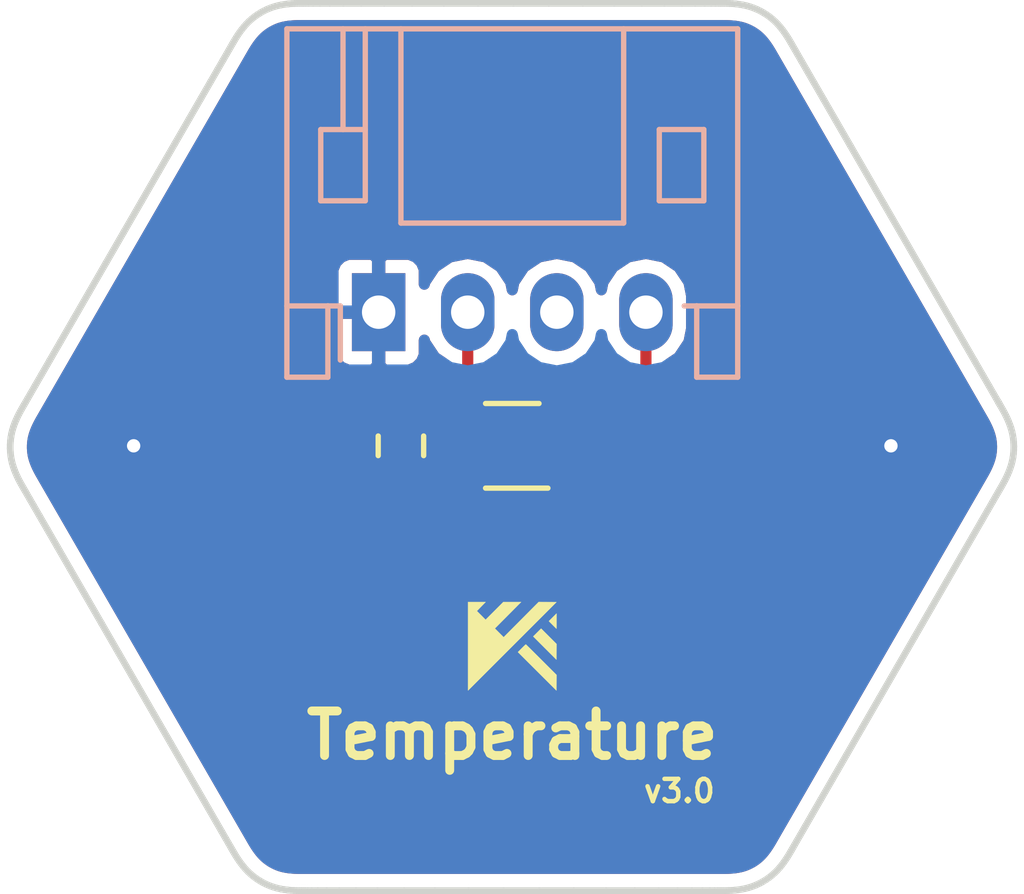
<source format=kicad_pcb>
(kicad_pcb (version 20171130) (host pcbnew "(5.0.0-rc2-178-g3c7b91b96)")

  (general
    (thickness 1.6)
    (drawings 321)
    (tracks 13)
    (zones 0)
    (modules 4)
    (nets 5)
  )

  (page A4)
  (layers
    (0 F.Cu signal)
    (31 B.Cu signal)
    (32 B.Adhes user)
    (33 F.Adhes user)
    (34 B.Paste user)
    (35 F.Paste user)
    (36 B.SilkS user)
    (37 F.SilkS user)
    (38 B.Mask user)
    (39 F.Mask user hide)
    (40 Dwgs.User user)
    (41 Cmts.User user)
    (42 Eco1.User user)
    (43 Eco2.User user)
    (44 Edge.Cuts user)
    (45 Margin user)
    (46 B.CrtYd user)
    (47 F.CrtYd user)
    (48 B.Fab user hide)
    (49 F.Fab user hide)
  )

  (setup
    (last_trace_width 0.25)
    (user_trace_width 0.2)
    (user_trace_width 0.25)
    (user_trace_width 0.3)
    (user_trace_width 0.35)
    (user_trace_width 0.4)
    (trace_clearance 0.2)
    (zone_clearance 0.3)
    (zone_45_only no)
    (trace_min 0.2)
    (segment_width 0.2)
    (edge_width 0.15)
    (via_size 0.6)
    (via_drill 0.3)
    (via_min_size 0.6)
    (via_min_drill 0.3)
    (user_via 0.6 0.3)
    (uvia_size 0.3)
    (uvia_drill 0.1)
    (uvias_allowed no)
    (uvia_min_size 0.2)
    (uvia_min_drill 0.1)
    (pcb_text_width 0.3)
    (pcb_text_size 1.5 1.5)
    (mod_edge_width 0.15)
    (mod_text_size 1 1)
    (mod_text_width 0.15)
    (pad_size 1 1.7)
    (pad_drill 0)
    (pad_to_mask_clearance 0.2)
    (aux_axis_origin 0 0)
    (visible_elements 7FFFFFFF)
    (pcbplotparams
      (layerselection 0x010fc_ffffffff)
      (usegerberextensions false)
      (usegerberattributes false)
      (usegerberadvancedattributes false)
      (creategerberjobfile false)
      (excludeedgelayer true)
      (linewidth 0.100000)
      (plotframeref false)
      (viasonmask false)
      (mode 1)
      (useauxorigin false)
      (hpglpennumber 1)
      (hpglpenspeed 20)
      (hpglpendiameter 15.000000)
      (psnegative false)
      (psa4output false)
      (plotreference true)
      (plotvalue true)
      (plotinvisibletext false)
      (padsonsilk false)
      (subtractmaskfromsilk false)
      (outputformat 1)
      (mirror false)
      (drillshape 0)
      (scaleselection 1)
      (outputdirectory gerber/))
  )

  (net 0 "")
  (net 1 VCC)
  (net 2 GND)
  (net 3 "Net-(J1-Pad4)")
  (net 4 "Net-(U1-Pad2)")

  (net_class Default "This is the default net class."
    (clearance 0.2)
    (trace_width 0.25)
    (via_dia 0.6)
    (via_drill 0.3)
    (uvia_dia 0.3)
    (uvia_drill 0.1)
    (add_net GND)
    (add_net "Net-(J1-Pad4)")
    (add_net "Net-(U1-Pad2)")
    (add_net VCC)
  )

  (module Connector_JST:JST_PH_S4B-PH-K_1x04_P2.00mm_Horizontal (layer B.Cu) (tedit 5AC1DB2F) (tstamp 5AC2957B)
    (at 133.5 102)
    (descr "JST PH series connector, S4B-PH-K (http://www.jst-mfg.com/product/pdf/eng/ePH.pdf), generated with kicad-footprint-generator")
    (tags "connector JST PH top entry")
    (path /5ABA1EEF)
    (fp_text reference J1 (at 3 2.55) (layer B.SilkS) hide
      (effects (font (size 1 1) (thickness 0.15)) (justify mirror))
    )
    (fp_text value Conn_01x04 (at 3 -7.45) (layer B.Fab)
      (effects (font (size 1 1) (thickness 0.15)) (justify mirror))
    )
    (fp_line (start -0.86 -0.14) (end -1.14 -0.14) (layer B.SilkS) (width 0.12))
    (fp_line (start -1.14 -0.14) (end -1.14 1.46) (layer B.SilkS) (width 0.12))
    (fp_line (start -1.14 1.46) (end -2.06 1.46) (layer B.SilkS) (width 0.12))
    (fp_line (start -2.06 1.46) (end -2.06 -6.36) (layer B.SilkS) (width 0.12))
    (fp_line (start -2.06 -6.36) (end 8.06 -6.36) (layer B.SilkS) (width 0.12))
    (fp_line (start 8.06 -6.36) (end 8.06 1.46) (layer B.SilkS) (width 0.12))
    (fp_line (start 8.06 1.46) (end 7.14 1.46) (layer B.SilkS) (width 0.12))
    (fp_line (start 7.14 1.46) (end 7.14 -0.14) (layer B.SilkS) (width 0.12))
    (fp_line (start 7.14 -0.14) (end 6.86 -0.14) (layer B.SilkS) (width 0.12))
    (fp_line (start 0.5 -6.36) (end 0.5 -2) (layer B.SilkS) (width 0.12))
    (fp_line (start 0.5 -2) (end 5.5 -2) (layer B.SilkS) (width 0.12))
    (fp_line (start 5.5 -2) (end 5.5 -6.36) (layer B.SilkS) (width 0.12))
    (fp_line (start -2.06 -0.14) (end -1.14 -0.14) (layer B.SilkS) (width 0.12))
    (fp_line (start 8.06 -0.14) (end 7.14 -0.14) (layer B.SilkS) (width 0.12))
    (fp_line (start -1.3 -2.5) (end -1.3 -4.1) (layer B.SilkS) (width 0.12))
    (fp_line (start -1.3 -4.1) (end -0.3 -4.1) (layer B.SilkS) (width 0.12))
    (fp_line (start -0.3 -4.1) (end -0.3 -2.5) (layer B.SilkS) (width 0.12))
    (fp_line (start -0.3 -2.5) (end -1.3 -2.5) (layer B.SilkS) (width 0.12))
    (fp_line (start 7.3 -2.5) (end 7.3 -4.1) (layer B.SilkS) (width 0.12))
    (fp_line (start 7.3 -4.1) (end 6.3 -4.1) (layer B.SilkS) (width 0.12))
    (fp_line (start 6.3 -4.1) (end 6.3 -2.5) (layer B.SilkS) (width 0.12))
    (fp_line (start 6.3 -2.5) (end 7.3 -2.5) (layer B.SilkS) (width 0.12))
    (fp_line (start -0.3 -4.1) (end -0.3 -6.36) (layer B.SilkS) (width 0.12))
    (fp_line (start -0.8 -4.1) (end -0.8 -6.36) (layer B.SilkS) (width 0.12))
    (fp_line (start -2.45 1.85) (end -2.45 -6.75) (layer B.CrtYd) (width 0.05))
    (fp_line (start -2.45 -6.75) (end 8.45 -6.75) (layer B.CrtYd) (width 0.05))
    (fp_line (start 8.45 -6.75) (end 8.45 1.85) (layer B.CrtYd) (width 0.05))
    (fp_line (start 8.45 1.85) (end -2.45 1.85) (layer B.CrtYd) (width 0.05))
    (fp_line (start -1.25 -0.25) (end -1.25 1.35) (layer B.Fab) (width 0.1))
    (fp_line (start -1.25 1.35) (end -1.95 1.35) (layer B.Fab) (width 0.1))
    (fp_line (start -1.95 1.35) (end -1.95 -6.25) (layer B.Fab) (width 0.1))
    (fp_line (start -1.95 -6.25) (end 7.95 -6.25) (layer B.Fab) (width 0.1))
    (fp_line (start 7.95 -6.25) (end 7.95 1.35) (layer B.Fab) (width 0.1))
    (fp_line (start 7.95 1.35) (end 7.25 1.35) (layer B.Fab) (width 0.1))
    (fp_line (start 7.25 1.35) (end 7.25 -0.25) (layer B.Fab) (width 0.1))
    (fp_line (start 7.25 -0.25) (end -1.25 -0.25) (layer B.Fab) (width 0.1))
    (fp_line (start -0.86 -0.14) (end -0.86 1.075) (layer B.SilkS) (width 0.12))
    (fp_line (start 0 -0.875) (end -0.5 -1.375) (layer B.Fab) (width 0.1))
    (fp_line (start -0.5 -1.375) (end 0.5 -1.375) (layer B.Fab) (width 0.1))
    (fp_line (start 0.5 -1.375) (end 0 -0.875) (layer B.Fab) (width 0.1))
    (fp_text user %R (at 3 -2.5) (layer B.Fab)
      (effects (font (size 1 1) (thickness 0.15)) (justify mirror))
    )
    (pad 1 thru_hole rect (at 0 0) (size 1.2 1.75) (drill 0.75) (layers *.Cu *.Mask)
      (net 2 GND))
    (pad 2 thru_hole oval (at 2 0) (size 1.2 1.75) (drill 0.75) (layers *.Cu *.Mask)
      (net 1 VCC))
    (pad 3 thru_hole oval (at 4 0) (size 1.2 1.75) (drill 0.75) (layers *.Cu *.Mask))
    (pad 4 thru_hole oval (at 6 0) (size 1.2 1.75) (drill 0.75) (layers *.Cu *.Mask)
      (net 3 "Net-(J1-Pad4)"))
    (model ${KISYS3DMOD}/Connector_JST.3dshapes/JST_PH_S4B-PH-K_1x04_P2.00mm_Horizontal.wrl
      (at (xyz 0 0 0))
      (scale (xyz 1 1 1))
      (rotate (xyz 0 0 0))
    )
  )

  (module Capacitor_SMD:C_0603_1608Metric (layer F.Cu) (tedit 5AD0126D) (tstamp 5AD01F26)
    (at 134 105 90)
    (descr "Capacitor SMD 0603 (1608 Metric), square (rectangular) end terminal, IPC_7351 nominal, (Body size source: http://www.tortai-tech.com/upload/download/2011102023233369053.pdf), generated with kicad-footprint-generator")
    (tags capacitor)
    (path /5AD09A10)
    (attr smd)
    (fp_text reference C1 (at 0 -1.65 90) (layer F.SilkS) hide
      (effects (font (size 1 1) (thickness 0.15)))
    )
    (fp_text value 0.1uF (at 0 1.65 90) (layer F.Fab)
      (effects (font (size 1 1) (thickness 0.15)))
    )
    (fp_line (start -0.8 0.4) (end -0.8 -0.4) (layer F.Fab) (width 0.1))
    (fp_line (start -0.8 -0.4) (end 0.8 -0.4) (layer F.Fab) (width 0.1))
    (fp_line (start 0.8 -0.4) (end 0.8 0.4) (layer F.Fab) (width 0.1))
    (fp_line (start 0.8 0.4) (end -0.8 0.4) (layer F.Fab) (width 0.1))
    (fp_line (start -0.22 -0.51) (end 0.22 -0.51) (layer F.SilkS) (width 0.12))
    (fp_line (start -0.22 0.51) (end 0.22 0.51) (layer F.SilkS) (width 0.12))
    (fp_line (start -1.46 0.75) (end -1.46 -0.75) (layer F.CrtYd) (width 0.05))
    (fp_line (start -1.46 -0.75) (end 1.46 -0.75) (layer F.CrtYd) (width 0.05))
    (fp_line (start 1.46 -0.75) (end 1.46 0.75) (layer F.CrtYd) (width 0.05))
    (fp_line (start 1.46 0.75) (end -1.46 0.75) (layer F.CrtYd) (width 0.05))
    (fp_text user %R (at 0 0 90) (layer F.Fab)
      (effects (font (size 0.5 0.5) (thickness 0.08)))
    )
    (pad 1 smd rect (at -0.875 0 90) (size 0.67 1) (layers F.Cu F.Paste F.Mask)
      (net 1 VCC))
    (pad 2 smd rect (at 0.875 0 90) (size 0.67 1) (layers F.Cu F.Paste F.Mask)
      (net 2 GND))
    (model ${KISYS3DMOD}/Capacitor_SMD.3dshapes/C_0603_1608Metric.wrl
      (at (xyz 0 0 0))
      (scale (xyz 1 1 1))
      (rotate (xyz 0 0 0))
    )
  )

  (module Package_TO_SOT_SMD:HVSOF5 (layer F.Cu) (tedit 5B22CC20) (tstamp 5B38BA0E)
    (at 136.5 105 180)
    (descr "HVSOF5, http://rohmfs.rohm.com/en/techdata_basic/ic/package/hvsof5_1-e.pdf")
    (tags HVSOF5)
    (path /5B22D01D)
    (attr smd)
    (fp_text reference U1 (at 0 -1.8 180) (layer F.SilkS) hide
      (effects (font (size 1 1) (thickness 0.15)))
    )
    (fp_text value BD1020HFV (at 0 1.9 180) (layer F.Fab)
      (effects (font (size 1 1) (thickness 0.15)))
    )
    (fp_text user %R (at 0 0 270) (layer F.Fab)
      (effects (font (size 0.4 0.4) (thickness 0.075)))
    )
    (fp_line (start -0.6 -0.5) (end -0.3 -0.8) (layer F.Fab) (width 0.1))
    (fp_line (start -0.6 -0.5) (end -0.6 0.8) (layer F.Fab) (width 0.1))
    (fp_line (start 0.6 -0.8) (end 0.6 0.8) (layer F.Fab) (width 0.1))
    (fp_line (start 0.6 0.8) (end -0.6 0.8) (layer F.Fab) (width 0.1))
    (fp_line (start 0.6 -0.8) (end -0.3 -0.8) (layer F.Fab) (width 0.1))
    (fp_line (start -0.6 0.95) (end 0.6 0.95) (layer F.SilkS) (width 0.12))
    (fp_line (start -0.8 -0.95) (end 0.6 -0.95) (layer F.SilkS) (width 0.12))
    (fp_line (start -1.06 -1.05) (end 1.06 -1.05) (layer F.CrtYd) (width 0.05))
    (fp_line (start -1.06 -1.05) (end -1.06 1.05) (layer F.CrtYd) (width 0.05))
    (fp_line (start 1.06 1.05) (end 1.06 -1.05) (layer F.CrtYd) (width 0.05))
    (fp_line (start 1.06 1.05) (end -1.06 1.05) (layer F.CrtYd) (width 0.05))
    (pad 2 smd rect (at 0.51 0 90) (size 0.25 0.38) (layers F.Cu F.Paste F.Mask)
      (net 4 "Net-(U1-Pad2)"))
    (pad 2 smd trapezoid (at 0.26 0 90) (size 0.47 0.12) (rect_delta 0 0.23 ) (layers F.Cu F.Paste F.Mask)
      (net 4 "Net-(U1-Pad2)"))
    (pad 2 smd rect (at 0 0 90) (size 0.7 0.4) (layers F.Cu F.Paste F.Mask)
      (net 4 "Net-(U1-Pad2)"))
    (pad 5 smd rect (at 0.68 -0.5 90) (size 0.25 0.35) (layers F.Cu F.Paste F.Mask)
      (net 2 GND))
    (pad 2 smd rect (at -0.58 0 90) (size 0.25 0.53) (layers F.Cu F.Paste F.Mask)
      (net 4 "Net-(U1-Pad2)"))
    (pad 4 smd rect (at 0.68 0.5 90) (size 0.25 0.35) (layers F.Cu F.Paste F.Mask)
      (net 1 VCC))
    (pad 3 smd rect (at -0.68 0.5 90) (size 0.25 0.35) (layers F.Cu F.Paste F.Mask)
      (net 3 "Net-(J1-Pad4)"))
    (pad 1 smd rect (at -0.68 -0.5 90) (size 0.25 0.35) (layers F.Cu F.Paste F.Mask))
    (pad 2 smd trapezoid (at -0.26 0 90) (size 0.47 0.12) (rect_delta 0 -0.23 ) (layers F.Cu F.Paste F.Mask)
      (net 4 "Net-(U1-Pad2)"))
    (model ${KISYS3DMOD}/Package_TO_SOT_SMD.3dshapes/HVSOF5.wrl
      (at (xyz 0 0 0))
      (scale (xyz 1 1 1))
      (rotate (xyz 0 0 0))
    )
  )

  (module GiraffeTech-Utility:MakerPlayground_logo_2x2mm (layer F.Cu) (tedit 0) (tstamp 5B38BD43)
    (at 136.5 109.5)
    (fp_text reference G*** (at 0 0) (layer F.SilkS) hide
      (effects (font (size 1.524 1.524) (thickness 0.3)))
    )
    (fp_text value LOGO (at 0.75 0) (layer F.SilkS) hide
      (effects (font (size 1.524 1.524) (thickness 0.3)))
    )
    (fp_poly (pts (xy 0.992188 -0.564543) (xy 0.992164 -0.528929) (xy 0.992097 -0.495895) (xy 0.991991 -0.466261)
      (xy 0.991852 -0.440843) (xy 0.991684 -0.420459) (xy 0.991492 -0.405926) (xy 0.991282 -0.398062)
      (xy 0.99116 -0.396875) (xy 0.988207 -0.399571) (xy 0.980351 -0.407199) (xy 0.968291 -0.419067)
      (xy 0.952725 -0.434484) (xy 0.934354 -0.452758) (xy 0.913876 -0.4732) (xy 0.906847 -0.480231)
      (xy 0.823563 -0.563586) (xy 0.907875 -0.647899) (xy 0.992188 -0.732211) (xy 0.992188 -0.564543)) (layer F.SilkS) (width 0.01))
    (fp_poly (pts (xy 0.992272 -0.049513) (xy 0.991238 0.124084) (xy 0.990203 0.297682) (xy 0.731231 0.038685)
      (xy 0.472259 -0.220311) (xy 0.559597 -0.307581) (xy 0.646934 -0.394851) (xy 0.992272 -0.049513)) (layer F.SilkS) (width 0.01))
    (fp_poly (pts (xy 0.306845 -0.036934) (xy 0.315366 -0.028902) (xy 0.328804 -0.015931) (xy 0.346812 0.001638)
      (xy 0.369045 0.023463) (xy 0.39516 0.049204) (xy 0.424812 0.078521) (xy 0.457655 0.111071)
      (xy 0.493344 0.146515) (xy 0.531535 0.184511) (xy 0.571883 0.224719) (xy 0.614044 0.266798)
      (xy 0.649934 0.302669) (xy 0.992273 0.645025) (xy 0.990203 0.990203) (xy 0.559594 0.560703)
      (xy 0.128984 0.131202) (xy 0.214278 0.045757) (xy 0.235683 0.024442) (xy 0.255382 0.005068)
      (xy 0.272657 -0.011676) (xy 0.28679 -0.025103) (xy 0.297063 -0.034528) (xy 0.302757 -0.039261)
      (xy 0.303583 -0.039687) (xy 0.306845 -0.036934)) (layer F.SilkS) (width 0.01))
    (fp_poly (pts (xy 0.790777 -0.991434) (xy 0.988227 -0.990203) (xy -0.992187 0.990197) (xy -0.992187 -0.992187)
      (xy -0.601395 -0.992187) (xy -0.646963 -0.945555) (xy -0.665935 -0.926151) (xy -0.688266 -0.903332)
      (xy -0.711752 -0.879346) (xy -0.734194 -0.856442) (xy -0.745114 -0.845303) (xy -0.797697 -0.791685)
      (xy -0.698482 -0.692529) (xy -0.599266 -0.593373) (xy -0.399829 -0.79278) (xy -0.200393 -0.992187)
      (xy 0.195473 -0.992187) (xy -0.099139 -0.695955) (xy -0.39375 -0.399723) (xy -0.194618 -0.200591)
      (xy 0.199355 -0.596628) (xy 0.593328 -0.992663) (xy 0.790777 -0.991434)) (layer F.SilkS) (width 0.01))
  )

  (gr_text v3.0 (at 140.25 112.75) (layer F.SilkS)
    (effects (font (size 0.5 0.5) (thickness 0.1)))
  )
  (gr_line (start 130.130554 113.924608) (end 130.170728 113.994191) (layer Edge.Cuts) (width 0.15))
  (gr_line (start 129.675387 113.136235) (end 129.848806 113.436605) (layer Edge.Cuts) (width 0.15))
  (gr_line (start 126.287158 107.26766) (end 126.571606 107.760338) (layer Edge.Cuts) (width 0.15))
  (gr_line (start 129.449337 112.744706) (end 129.675387 113.136235) (layer Edge.Cuts) (width 0.15))
  (gr_line (start 128.459803 111.030786) (end 128.830272 111.672456) (layer Edge.Cuts) (width 0.15))
  (gr_line (start 128.830272 111.672456) (end 129.164889 112.252028) (layer Edge.Cuts) (width 0.15))
  (gr_line (start 130.237974 114.11063) (end 130.263771 114.154587) (layer Edge.Cuts) (width 0.15))
  (gr_line (start 130.216829 114.074041) (end 130.237974 114.11063) (layer Edge.Cuts) (width 0.15))
  (gr_line (start 125.88769 106.575761) (end 126.061108 106.87613) (layer Edge.Cuts) (width 0.15))
  (gr_line (start 129.977321 113.6592) (end 130.068661 113.817406) (layer Edge.Cuts) (width 0.15))
  (gr_line (start 129.848806 113.436605) (end 129.977321 113.6592) (layer Edge.Cuts) (width 0.15))
  (gr_line (start 127.668672 109.660509) (end 128.067823 110.351857) (layer Edge.Cuts) (width 0.15))
  (gr_line (start 126.061108 106.87613) (end 126.287158 107.26766) (layer Edge.Cuts) (width 0.15))
  (gr_line (start 127.276692 108.98158) (end 127.668672 109.660509) (layer Edge.Cuts) (width 0.15))
  (gr_line (start 126.906223 108.33991) (end 127.276692 108.98158) (layer Edge.Cuts) (width 0.15))
  (gr_line (start 130.068661 113.817406) (end 130.130554 113.924608) (layer Edge.Cuts) (width 0.15))
  (gr_line (start 125.667833 106.19496) (end 125.759174 106.353166) (layer Edge.Cuts) (width 0.15))
  (gr_line (start 128.067823 110.351857) (end 128.459803 111.030786) (layer Edge.Cuts) (width 0.15))
  (gr_line (start 129.164889 112.252028) (end 129.449337 112.744706) (layer Edge.Cuts) (width 0.15))
  (gr_line (start 125.759174 106.353166) (end 125.88769 106.575761) (layer Edge.Cuts) (width 0.15))
  (gr_line (start 126.571606 107.760338) (end 126.906223 108.33991) (layer Edge.Cuts) (width 0.15))
  (gr_line (start 130.19691 114.03954) (end 130.216829 114.074041) (layer Edge.Cuts) (width 0.15))
  (gr_line (start 130.170728 113.994191) (end 130.19691 114.03954) (layer Edge.Cuts) (width 0.15))
  (gr_line (start 130.570472 114.561892) (end 130.631244 114.618428) (layer Edge.Cuts) (width 0.15))
  (gr_line (start 137.10688 114.985831) (end 137.88204 114.985831) (layer Edge.Cuts) (width 0.15))
  (gr_line (start 135.518965 114.985831) (end 136.309628 114.985831) (layer Edge.Cuts) (width 0.15))
  (gr_line (start 131.766115 114.985829) (end 131.806494 114.985831) (layer Edge.Cuts) (width 0.15))
  (gr_line (start 134.763573 114.985831) (end 135.518965 114.985831) (layer Edge.Cuts) (width 0.15))
  (gr_line (start 131.52789 114.977964) (end 131.597132 114.982278) (layer Edge.Cuts) (width 0.15))
  (gr_line (start 134.072133 114.985831) (end 134.763573 114.985831) (layer Edge.Cuts) (width 0.15))
  (gr_line (start 133.473328 114.985831) (end 134.072133 114.985831) (layer Edge.Cuts) (width 0.15))
  (gr_line (start 131.997161 114.985831) (end 132.13534 114.985831) (layer Edge.Cuts) (width 0.15))
  (gr_line (start 132.616369 114.985831) (end 132.990131 114.985831) (layer Edge.Cuts) (width 0.15))
  (gr_line (start 132.13534 114.985831) (end 132.336591 114.985831) (layer Edge.Cuts) (width 0.15))
  (gr_line (start 130.294243 114.204774) (end 130.329303 114.259854) (layer Edge.Cuts) (width 0.15))
  (gr_line (start 131.906597 114.985831) (end 131.997161 114.985831) (layer Edge.Cuts) (width 0.15))
  (gr_line (start 131.717444 114.985615) (end 131.766115 114.985829) (layer Edge.Cuts) (width 0.15))
  (gr_line (start 131.806494 114.985831) (end 131.848194 114.985831) (layer Edge.Cuts) (width 0.15))
  (gr_line (start 131.660716 114.98463) (end 131.717444 114.985615) (layer Edge.Cuts) (width 0.15))
  (gr_line (start 131.597132 114.982278) (end 131.660716 114.98463) (layer Edge.Cuts) (width 0.15))
  (gr_line (start 131.454191 114.971095) (end 131.52789 114.977964) (layer Edge.Cuts) (width 0.15))
  (gr_line (start 130.631244 114.618428) (end 130.695726 114.671557) (layer Edge.Cuts) (width 0.15))
  (gr_line (start 131.298219 114.947308) (end 131.377234 114.961075) (layer Edge.Cuts) (width 0.15))
  (gr_line (start 130.907543 114.808251) (end 130.98298 114.845504) (layer Edge.Cuts) (width 0.15))
  (gr_line (start 130.763528 114.721053) (end 130.834263 114.766692) (layer Edge.Cuts) (width 0.15))
  (gr_line (start 131.138772 114.906202) (end 131.218346 114.929202) (layer Edge.Cuts) (width 0.15))
  (gr_line (start 130.368867 114.318492) (end 130.412851 114.379351) (layer Edge.Cuts) (width 0.15))
  (gr_line (start 130.329303 114.259854) (end 130.368867 114.318492) (layer Edge.Cuts) (width 0.15))
  (gr_line (start 138.606425 114.985831) (end 139.251353 114.985831) (layer Edge.Cuts) (width 0.15))
  (gr_line (start 130.263771 114.154587) (end 130.294243 114.204774) (layer Edge.Cuts) (width 0.15))
  (gr_line (start 140.767435 114.985831) (end 140.932674 114.985831) (layer Edge.Cuts) (width 0.15))
  (gr_line (start 140.532023 114.985831) (end 140.767435 114.985831) (layer Edge.Cuts) (width 0.15))
  (gr_line (start 139.251353 114.985831) (end 139.788857 114.985831) (layer Edge.Cuts) (width 0.15))
  (gr_line (start 130.695726 114.671557) (end 130.763528 114.721053) (layer Edge.Cuts) (width 0.15))
  (gr_line (start 140.210982 114.985831) (end 140.532023 114.985831) (layer Edge.Cuts) (width 0.15))
  (gr_line (start 132.990131 114.985831) (end 133.473328 114.985831) (layer Edge.Cuts) (width 0.15))
  (gr_line (start 139.788857 114.985831) (end 140.210982 114.985831) (layer Edge.Cuts) (width 0.15))
  (gr_line (start 130.461169 114.441095) (end 130.513738 114.502387) (layer Edge.Cuts) (width 0.15))
  (gr_line (start 130.412851 114.379351) (end 130.461169 114.441095) (layer Edge.Cuts) (width 0.15))
  (gr_line (start 137.88204 114.985831) (end 138.606425 114.985831) (layer Edge.Cuts) (width 0.15))
  (gr_line (start 136.309628 114.985831) (end 137.10688 114.985831) (layer Edge.Cuts) (width 0.15))
  (gr_line (start 130.98298 114.845504) (end 131.060186 114.878229) (layer Edge.Cuts) (width 0.15))
  (gr_line (start 131.848194 114.985831) (end 131.906597 114.985831) (layer Edge.Cuts) (width 0.15))
  (gr_line (start 131.218346 114.929202) (end 131.298219 114.947308) (layer Edge.Cuts) (width 0.15))
  (gr_line (start 130.834263 114.766692) (end 130.907543 114.808251) (layer Edge.Cuts) (width 0.15))
  (gr_line (start 132.336591 114.985831) (end 132.616369 114.985831) (layer Edge.Cuts) (width 0.15))
  (gr_line (start 131.377234 114.961075) (end 131.454191 114.971095) (layer Edge.Cuts) (width 0.15))
  (gr_line (start 131.060186 114.878229) (end 131.138772 114.906202) (layer Edge.Cuts) (width 0.15))
  (gr_line (start 130.513738 114.502387) (end 130.570472 114.561892) (layer Edge.Cuts) (width 0.15))
  (gr_line (start 144.089727 98.265452) (end 143.763509 97.70042) (layer Edge.Cuts) (width 0.15))
  (gr_line (start 142.904102 96.211876) (end 142.846911 96.112818) (layer Edge.Cuts) (width 0.15))
  (gr_line (start 145.242413 100.261973) (end 144.84352 99.571067) (layer Edge.Cuts) (width 0.15))
  (gr_line (start 142.809976 96.048846) (end 142.785571 96.006576) (layer Edge.Cuts) (width 0.15))
  (gr_line (start 144.454512 98.89728) (end 144.089727 98.265452) (layer Edge.Cuts) (width 0.15))
  (gr_line (start 142.609634 95.723192) (end 142.564822 95.662064) (layer Edge.Cuts) (width 0.15))
  (gr_line (start 142.685963 95.838209) (end 142.650042 95.782353) (layer Edge.Cuts) (width 0.15))
  (gr_line (start 142.717311 95.889424) (end 142.685963 95.838209) (layer Edge.Cuts) (width 0.15))
  (gr_line (start 142.744001 95.934662) (end 142.717311 95.889424) (layer Edge.Cuts) (width 0.15))
  (gr_line (start 142.765967 95.972621) (end 142.744001 95.934662) (layer Edge.Cuts) (width 0.15))
  (gr_line (start 143.274498 96.853424) (end 143.110168 96.568794) (layer Edge.Cuts) (width 0.15))
  (gr_line (start 143.489996 97.226681) (end 143.274498 96.853424) (layer Edge.Cuts) (width 0.15))
  (gr_line (start 142.515691 95.600304) (end 142.462326 95.539248) (layer Edge.Cuts) (width 0.15))
  (gr_line (start 142.989278 96.359407) (end 142.904102 96.211876) (layer Edge.Cuts) (width 0.15))
  (gr_line (start 142.564822 95.662064) (end 142.515691 95.600304) (layer Edge.Cuts) (width 0.15))
  (gr_line (start 142.650042 95.782353) (end 142.609634 95.723192) (layer Edge.Cuts) (width 0.15))
  (gr_line (start 142.785571 96.006576) (end 142.765967 95.972621) (layer Edge.Cuts) (width 0.15))
  (gr_line (start 146.012485 101.595784) (end 145.636848 100.945158) (layer Edge.Cuts) (width 0.15))
  (gr_line (start 143.763509 97.70042) (end 143.489996 97.226681) (layer Edge.Cuts) (width 0.15))
  (gr_line (start 143.110168 96.568794) (end 142.989278 96.359407) (layer Edge.Cuts) (width 0.15))
  (gr_line (start 144.84352 99.571067) (end 144.454512 98.89728) (layer Edge.Cuts) (width 0.15))
  (gr_line (start 142.846911 96.112818) (end 142.809976 96.048846) (layer Edge.Cuts) (width 0.15))
  (gr_line (start 145.636848 100.945158) (end 145.242413 100.261973) (layer Edge.Cuts) (width 0.15))
  (gr_line (start 131.003688 95.198278) (end 130.927735 95.234328) (layer Edge.Cuts) (width 0.15))
  (gr_line (start 133.624402 95.067258) (end 133.109289 95.067258) (layer Edge.Cuts) (width 0.15))
  (gr_line (start 131.081305 95.166817) (end 131.003688 95.198278) (layer Edge.Cuts) (width 0.15))
  (gr_line (start 131.23995 95.11853) (end 131.160198 95.140169) (layer Edge.Cuts) (width 0.15))
  (gr_line (start 132.182867 95.067258) (end 132.029166 95.067258) (layer Edge.Cuts) (width 0.15))
  (gr_line (start 131.319709 95.101656) (end 131.23995 95.11853) (layer Edge.Cuts) (width 0.15))
  (gr_line (start 132.029166 95.067258) (end 131.927257 95.067258) (layer Edge.Cuts) (width 0.15))
  (gr_line (start 131.160198 95.140169) (end 131.081305 95.166817) (layer Edge.Cuts) (width 0.15))
  (gr_line (start 131.927257 95.067258) (end 131.861686 95.067258) (layer Edge.Cuts) (width 0.15))
  (gr_line (start 131.398286 95.088961) (end 131.319709 95.101656) (layer Edge.Cuts) (width 0.15))
  (gr_line (start 131.474481 95.079852) (end 131.398286 95.088961) (layer Edge.Cuts) (width 0.15))
  (gr_line (start 131.816996 95.067258) (end 131.777731 95.067258) (layer Edge.Cuts) (width 0.15))
  (gr_line (start 133.109289 95.067258) (end 132.707473 95.067258) (layer Edge.Cuts) (width 0.15))
  (gr_line (start 131.731443 95.067366) (end 131.676774 95.068084) (layer Edge.Cuts) (width 0.15))
  (gr_line (start 132.403818 95.067258) (end 132.182867 95.067258) (layer Edge.Cuts) (width 0.15))
  (gr_line (start 131.861686 95.067258) (end 131.816996 95.067258) (layer Edge.Cuts) (width 0.15))
  (gr_line (start 131.777731 95.067258) (end 131.731443 95.067366) (layer Edge.Cuts) (width 0.15))
  (gr_line (start 132.707473 95.067258) (end 132.403818 95.067258) (layer Edge.Cuts) (width 0.15))
  (gr_line (start 131.614924 95.070008) (end 131.547094 95.073732) (layer Edge.Cuts) (width 0.15))
  (gr_line (start 134.251071 95.067258) (end 133.624402 95.067258) (layer Edge.Cuts) (width 0.15))
  (gr_line (start 131.547094 95.073732) (end 131.474481 95.079852) (layer Edge.Cuts) (width 0.15))
  (gr_line (start 131.676774 95.068084) (end 131.614924 95.070008) (layer Edge.Cuts) (width 0.15))
  (gr_line (start 130.927735 95.234328) (end 130.853834 95.274743) (layer Edge.Cuts) (width 0.15))
  (gr_line (start 147.394348 103.989256) (end 147.359113 103.928226) (layer Edge.Cuts) (width 0.15))
  (gr_line (start 147.068915 103.425585) (end 146.886783 103.110122) (layer Edge.Cuts) (width 0.15))
  (gr_line (start 147.410785 104.017725) (end 147.394348 103.989256) (layer Edge.Cuts) (width 0.15))
  (gr_line (start 146.886783 103.110122) (end 146.65 102.7) (layer Edge.Cuts) (width 0.15))
  (gr_line (start 147.203567 103.658811) (end 147.068915 103.425585) (layer Edge.Cuts) (width 0.15))
  (gr_line (start 147.297909 103.822218) (end 147.203567 103.658811) (layer Edge.Cuts) (width 0.15))
  (gr_line (start 147.359113 103.928226) (end 147.297909 103.822218) (layer Edge.Cuts) (width 0.15))
  (gr_line (start 146.828512 107.043894) (end 147.025152 106.703302) (layer Edge.Cuts) (width 0.15))
  (gr_line (start 147.415886 104.026561) (end 147.415594 104.026055) (layer Edge.Cuts) (width 0.15))
  (gr_line (start 147.416124 104.026974) (end 147.415886 104.026561) (layer Edge.Cuts) (width 0.15))
  (gr_line (start 147.518236 104.2049) (end 147.492403 104.159169) (layer Edge.Cuts) (width 0.15))
  (gr_line (start 147.417131 104.028717) (end 147.416124 104.026974) (layer Edge.Cuts) (width 0.15))
  (gr_line (start 146.266499 108.017332) (end 146.575763 107.481669) (layer Edge.Cuts) (width 0.15))
  (gr_line (start 147.42368 104.040059) (end 147.419464 104.032757) (layer Edge.Cuts) (width 0.15))
  (gr_line (start 147.430337 104.051589) (end 147.42368 104.040059) (layer Edge.Cuts) (width 0.15))
  (gr_line (start 147.439992 104.068311) (end 147.430337 104.051589) (layer Edge.Cuts) (width 0.15))
  (gr_line (start 147.404456 106.046327) (end 147.436108 105.991506) (layer Edge.Cuts) (width 0.15))
  (gr_line (start 147.723124 105.344613) (end 147.739102 105.262843) (layer Edge.Cuts) (width 0.15))
  (gr_line (start 147.453203 104.091192) (end 147.439992 104.068311) (layer Edge.Cuts) (width 0.15))
  (gr_line (start 147.739102 105.262843) (end 147.750274 105.179807) (layer Edge.Cuts) (width 0.15))
  (gr_line (start 147.758198 105.011732) (end 147.75495 104.927588) (layer Edge.Cuts) (width 0.15))
  (gr_line (start 147.280799 106.260507) (end 147.355263 106.131533) (layer Edge.Cuts) (width 0.15))
  (gr_line (start 147.492403 104.159169) (end 147.470528 104.121198) (layer Edge.Cuts) (width 0.15))
  (gr_line (start 147.734036 104.76133) (end 147.716369 104.680112) (layer Edge.Cuts) (width 0.15))
  (gr_line (start 147.756639 105.095954) (end 147.758198 105.011732) (layer Edge.Cuts) (width 0.15))
  (gr_line (start 147.436108 105.991506) (end 147.457945 105.953682) (layer Edge.Cuts) (width 0.15))
  (gr_line (start 147.619205 105.647954) (end 147.649301 105.577072) (layer Edge.Cuts) (width 0.15))
  (gr_line (start 147.546918 104.257653) (end 147.518236 104.2049) (layer Edge.Cuts) (width 0.15))
  (gr_line (start 147.355263 106.131533) (end 147.404456 106.046327) (layer Edge.Cuts) (width 0.15))
  (gr_line (start 147.702364 105.424663) (end 147.723124 105.344613) (layer Edge.Cuts) (width 0.15))
  (gr_line (start 147.173339 106.446635) (end 147.280799 106.260507) (layer Edge.Cuts) (width 0.15))
  (gr_line (start 147.608363 104.381259) (end 147.577331 104.316687) (layer Edge.Cuts) (width 0.15))
  (gr_line (start 147.716369 104.680112) (end 147.694015 104.600797) (layer Edge.Cuts) (width 0.15))
  (gr_line (start 147.677392 105.502394) (end 147.702364 105.424663) (layer Edge.Cuts) (width 0.15))
  (gr_line (start 147.750274 105.179807) (end 147.756639 105.095954) (layer Edge.Cuts) (width 0.15))
  (gr_line (start 147.577331 104.316687) (end 147.546918 104.257653) (layer Edge.Cuts) (width 0.15))
  (gr_line (start 147.025152 106.703302) (end 147.173339 106.446635) (layer Edge.Cuts) (width 0.15))
  (gr_line (start 147.638898 104.45063) (end 147.608363 104.381259) (layer Edge.Cuts) (width 0.15))
  (gr_line (start 147.66782 104.524056) (end 147.638898 104.45063) (layer Edge.Cuts) (width 0.15))
  (gr_line (start 147.649301 105.577072) (end 147.677392 105.502394) (layer Edge.Cuts) (width 0.15))
  (gr_line (start 147.588221 105.714298) (end 147.619205 105.647954) (layer Edge.Cuts) (width 0.15))
  (gr_line (start 147.477695 105.919476) (end 147.501085 105.878694) (layer Edge.Cuts) (width 0.15))
  (gr_line (start 147.557463 105.775364) (end 147.588221 105.714298) (layer Edge.Cuts) (width 0.15))
  (gr_line (start 147.528046 105.83041) (end 147.557463 105.775364) (layer Edge.Cuts) (width 0.15))
  (gr_line (start 146.575763 107.481669) (end 146.828512 107.043894) (layer Edge.Cuts) (width 0.15))
  (gr_line (start 147.470528 104.121198) (end 147.453203 104.091192) (layer Edge.Cuts) (width 0.15))
  (gr_line (start 147.746896 104.843972) (end 147.734036 104.76133) (layer Edge.Cuts) (width 0.15))
  (gr_line (start 147.415594 104.026055) (end 147.410785 104.017725) (layer Edge.Cuts) (width 0.15))
  (gr_line (start 147.75495 104.927588) (end 147.746896 104.843972) (layer Edge.Cuts) (width 0.15))
  (gr_line (start 147.694015 104.600797) (end 147.66782 104.524056) (layer Edge.Cuts) (width 0.15))
  (gr_line (start 147.419464 104.032757) (end 147.417131 104.028717) (layer Edge.Cuts) (width 0.15))
  (gr_line (start 147.501085 105.878694) (end 147.528046 105.83041) (layer Edge.Cuts) (width 0.15))
  (gr_line (start 147.457945 105.953682) (end 147.477695 105.919476) (layer Edge.Cuts) (width 0.15))
  (gr_line (start 140.307073 95.067258) (end 139.913792 95.067258) (layer Edge.Cuts) (width 0.15))
  (gr_line (start 136.52565 95.067258) (end 135.730377 95.067258) (layer Edge.Cuts) (width 0.15))
  (gr_line (start 138.084024 95.067258) (end 137.319759 95.067258) (layer Edge.Cuts) (width 0.15))
  (gr_line (start 137.319759 95.067258) (end 136.52565 95.067258) (layer Edge.Cuts) (width 0.15))
  (gr_line (start 140.603446 95.067258) (end 140.307073 95.067258) (layer Edge.Cuts) (width 0.15))
  (gr_line (start 138.789763 95.067258) (end 138.084024 95.067258) (layer Edge.Cuts) (width 0.15))
  (gr_line (start 139.913792 95.067258) (end 139.408293 95.067258) (layer Edge.Cuts) (width 0.15))
  (gr_line (start 140.818368 95.067258) (end 140.603446 95.067258) (layer Edge.Cuts) (width 0.15))
  (gr_line (start 139.408293 95.067258) (end 138.789763 95.067258) (layer Edge.Cuts) (width 0.15))
  (gr_line (start 134.962624 95.067258) (end 134.251071 95.067258) (layer Edge.Cuts) (width 0.15))
  (gr_line (start 135.730377 95.067258) (end 134.962624 95.067258) (layer Edge.Cuts) (width 0.15))
  (gr_line (start 128.56265 98.844154) (end 128.175069 99.515464) (layer Edge.Cuts) (width 0.15))
  (gr_line (start 125.524869 104.105747) (end 125.504681 104.140716) (layer Edge.Cuts) (width 0.15))
  (gr_line (start 127.003413 101.544835) (end 126.657692 102.143642) (layer Edge.Cuts) (width 0.15))
  (gr_line (start 128.175069 99.515464) (end 127.776442 100.205907) (layer Edge.Cuts) (width 0.15))
  (gr_line (start 125.545719 104.069635) (end 125.524869 104.105747) (layer Edge.Cuts) (width 0.15))
  (gr_line (start 128.924843 98.216816) (end 128.56265 98.844154) (layer Edge.Cuts) (width 0.15))
  (gr_line (start 125.620203 103.940626) (end 125.574921 104.019056) (layer Edge.Cuts) (width 0.15))
  (gr_line (start 125.789919 103.646671) (end 125.689293 103.820959) (layer Edge.Cuts) (width 0.15))
  (gr_line (start 127.776442 100.205907) (end 127.38111 100.890644) (layer Edge.Cuts) (width 0.15))
  (gr_line (start 125.504681 104.140716) (end 125.48053 104.182972) (layer Edge.Cuts) (width 0.15))
  (gr_line (start 125.453019 104.232591) (end 125.423262 104.28883) (layer Edge.Cuts) (width 0.15))
  (gr_line (start 125.331673 104.489863) (end 125.304086 104.565174) (layer Edge.Cuts) (width 0.15))
  (gr_line (start 125.574921 104.019056) (end 125.545719 104.069635) (layer Edge.Cuts) (width 0.15))
  (gr_line (start 126.358289 102.662224) (end 126.11669 103.080686) (layer Edge.Cuts) (width 0.15))
  (gr_line (start 126.657692 102.143642) (end 126.358289 102.662224) (layer Edge.Cuts) (width 0.15))
  (gr_line (start 125.48053 104.182972) (end 125.453019 104.232591) (layer Edge.Cuts) (width 0.15))
  (gr_line (start 126.11669 103.080686) (end 125.929809 103.404375) (layer Edge.Cuts) (width 0.15))
  (gr_line (start 125.423262 104.28883) (end 125.392376 104.35095) (layer Edge.Cuts) (width 0.15))
  (gr_line (start 125.361475 104.418208) (end 125.331673 104.489863) (layer Edge.Cuts) (width 0.15))
  (gr_line (start 125.929809 103.404375) (end 125.789919 103.646671) (layer Edge.Cuts) (width 0.15))
  (gr_line (start 125.689293 103.820959) (end 125.620203 103.940626) (layer Edge.Cuts) (width 0.15))
  (gr_line (start 127.38111 100.890644) (end 127.003413 101.544835) (layer Edge.Cuts) (width 0.15))
  (gr_line (start 125.392376 104.35095) (end 125.361475 104.418208) (layer Edge.Cuts) (width 0.15))
  (gr_line (start 125.27399 105.388128) (end 125.297156 105.467014) (layer Edge.Cuts) (width 0.15))
  (gr_line (start 125.241644 105.224822) (end 125.255414 105.307229) (layer Edge.Cuts) (width 0.15))
  (gr_line (start 125.23268 105.141355) (end 125.241644 105.224822) (layer Edge.Cuts) (width 0.15))
  (gr_line (start 125.259961 104.72381) (end 125.244892 104.805853) (layer Edge.Cuts) (width 0.15))
  (gr_line (start 125.229173 104.973034) (end 125.228524 105.057276) (layer Edge.Cuts) (width 0.15))
  (gr_line (start 125.27983 104.643398) (end 125.259961 104.72381) (layer Edge.Cuts) (width 0.15))
  (gr_line (start 125.539583 105.972825) (end 125.565766 106.018175) (layer Edge.Cuts) (width 0.15))
  (gr_line (start 125.41498 105.74801) (end 125.445151 105.805914) (layer Edge.Cuts) (width 0.15))
  (gr_line (start 125.353265 105.615905) (end 125.383979 105.684426) (layer Edge.Cuts) (width 0.15))
  (gr_line (start 125.244892 104.805853) (end 125.234629 104.889077) (layer Edge.Cuts) (width 0.15))
  (gr_line (start 125.519663 105.938324) (end 125.539583 105.972825) (layer Edge.Cuts) (width 0.15))
  (gr_line (start 125.498548 105.901717) (end 125.519663 105.938324) (layer Edge.Cuts) (width 0.15))
  (gr_line (start 125.445151 105.805914) (end 125.473379 105.857397) (layer Edge.Cuts) (width 0.15))
  (gr_line (start 125.323952 105.543187) (end 125.353265 105.615905) (layer Edge.Cuts) (width 0.15))
  (gr_line (start 125.297156 105.467014) (end 125.323952 105.543187) (layer Edge.Cuts) (width 0.15))
  (gr_line (start 125.234629 104.889077) (end 125.229173 104.973034) (layer Edge.Cuts) (width 0.15))
  (gr_line (start 125.304086 104.565174) (end 125.27983 104.643398) (layer Edge.Cuts) (width 0.15))
  (gr_line (start 125.228524 105.057276) (end 125.23268 105.141355) (layer Edge.Cuts) (width 0.15))
  (gr_line (start 125.383979 105.684426) (end 125.41498 105.74801) (layer Edge.Cuts) (width 0.15))
  (gr_line (start 125.255414 105.307229) (end 125.27399 105.388128) (layer Edge.Cuts) (width 0.15))
  (gr_line (start 125.60594 106.087758) (end 125.667833 106.19496) (layer Edge.Cuts) (width 0.15))
  (gr_line (start 125.565766 106.018175) (end 125.60594 106.087758) (layer Edge.Cuts) (width 0.15))
  (gr_line (start 125.473379 105.857397) (end 125.498548 105.901717) (layer Edge.Cuts) (width 0.15))
  (gr_line (start 142.259988 114.694763) (end 142.326044 114.643276) (layer Edge.Cuts) (width 0.15))
  (gr_line (start 141.043195 114.985831) (end 141.114456 114.985831) (layer Edge.Cuts) (width 0.15))
  (gr_line (start 145.91363 108.62852) (end 146.266499 108.017332) (layer Edge.Cuts) (width 0.15))
  (gr_line (start 141.731401 114.938098) (end 141.811241 114.917399) (layer Edge.Cuts) (width 0.15))
  (gr_line (start 145.531499 109.290394) (end 145.91363 108.62852) (layer Edge.Cuts) (width 0.15))
  (gr_line (start 145.134445 109.978113) (end 145.531499 109.290394) (layer Edge.Cuts) (width 0.15))
  (gr_line (start 144.73681 110.66684) (end 145.134445 109.978113) (layer Edge.Cuts) (width 0.15))
  (gr_line (start 142.501682 114.469393) (end 142.551965 114.407691) (layer Edge.Cuts) (width 0.15))
  (gr_line (start 141.161911 114.985831) (end 141.201017 114.985831) (layer Edge.Cuts) (width 0.15))
  (gr_line (start 142.886208 113.872186) (end 142.963059 113.739076) (layer Edge.Cuts) (width 0.15))
  (gr_line (start 141.811241 114.917399) (end 141.890331 114.891685) (layer Edge.Cuts) (width 0.15))
  (gr_line (start 141.114456 114.985831) (end 141.161911 114.985831) (layer Edge.Cuts) (width 0.15))
  (gr_line (start 144.352934 111.331735) (end 144.73681 110.66684) (layer Edge.Cuts) (width 0.15))
  (gr_line (start 142.760489 114.089935) (end 142.780122 114.055931) (layer Edge.Cuts) (width 0.15))
  (gr_line (start 142.597953 114.34626) (end 142.63956 114.286435) (layer Edge.Cuts) (width 0.15))
  (gr_line (start 143.997158 111.947958) (end 144.352934 111.331735) (layer Edge.Cuts) (width 0.15))
  (gr_line (start 141.426146 114.980228) (end 141.497946 114.974606) (layer Edge.Cuts) (width 0.15))
  (gr_line (start 143.683824 112.49067) (end 143.997158 111.947958) (layer Edge.Cuts) (width 0.15))
  (gr_line (start 140.932674 114.985831) (end 141.043195 114.985831) (layer Edge.Cuts) (width 0.15))
  (gr_line (start 143.225361 113.284754) (end 143.426268 112.936771) (layer Edge.Cuts) (width 0.15))
  (gr_line (start 142.676702 114.229554) (end 142.709294 114.176953) (layer Edge.Cuts) (width 0.15))
  (gr_line (start 141.890331 114.891685) (end 141.968219 114.861116) (layer Edge.Cuts) (width 0.15))
  (gr_line (start 142.551965 114.407691) (end 142.597953 114.34626) (layer Edge.Cuts) (width 0.15))
  (gr_line (start 142.044517 114.825915) (end 142.118836 114.786307) (layer Edge.Cuts) (width 0.15))
  (gr_line (start 142.326044 114.643276) (end 142.38857 114.588277) (layer Edge.Cuts) (width 0.15))
  (gr_line (start 142.835253 113.960441) (end 142.886208 113.872186) (layer Edge.Cuts) (width 0.15))
  (gr_line (start 142.780122 114.055931) (end 142.802467 114.017228) (layer Edge.Cuts) (width 0.15))
  (gr_line (start 141.968219 114.861116) (end 142.044517 114.825915) (layer Edge.Cuts) (width 0.15))
  (gr_line (start 141.573555 114.966108) (end 141.651773 114.954136) (layer Edge.Cuts) (width 0.15))
  (gr_line (start 141.497946 114.974606) (end 141.573555 114.966108) (layer Edge.Cuts) (width 0.15))
  (gr_line (start 142.118836 114.786307) (end 142.190789 114.742514) (layer Edge.Cuts) (width 0.15))
  (gr_line (start 141.245596 114.985773) (end 141.298772 114.985216) (layer Edge.Cuts) (width 0.15))
  (gr_line (start 142.737251 114.129968) (end 142.760489 114.089935) (layer Edge.Cuts) (width 0.15))
  (gr_line (start 142.709294 114.176953) (end 142.737251 114.129968) (layer Edge.Cuts) (width 0.15))
  (gr_line (start 142.63956 114.286435) (end 142.676702 114.229554) (layer Edge.Cuts) (width 0.15))
  (gr_line (start 141.359355 114.983566) (end 141.426146 114.980228) (layer Edge.Cuts) (width 0.15))
  (gr_line (start 142.447187 114.53003) (end 142.501682 114.469393) (layer Edge.Cuts) (width 0.15))
  (gr_line (start 141.201017 114.985831) (end 141.245596 114.985773) (layer Edge.Cuts) (width 0.15))
  (gr_line (start 142.190789 114.742514) (end 142.259988 114.694763) (layer Edge.Cuts) (width 0.15))
  (gr_line (start 141.651773 114.954136) (end 141.731401 114.938098) (layer Edge.Cuts) (width 0.15))
  (gr_line (start 142.963059 113.739076) (end 143.073534 113.547727) (layer Edge.Cuts) (width 0.15))
  (gr_line (start 143.426268 112.936771) (end 143.683824 112.49067) (layer Edge.Cuts) (width 0.15))
  (gr_line (start 143.073534 113.547727) (end 143.225361 113.284754) (layer Edge.Cuts) (width 0.15))
  (gr_line (start 142.802467 114.017228) (end 142.835253 113.960441) (layer Edge.Cuts) (width 0.15))
  (gr_line (start 142.38857 114.588277) (end 142.447187 114.53003) (layer Edge.Cuts) (width 0.15))
  (gr_line (start 141.298772 114.985216) (end 141.359355 114.983566) (layer Edge.Cuts) (width 0.15))
  (gr_line (start 130.202588 96.003692) (end 130.178861 96.04479) (layer Edge.Cuts) (width 0.15))
  (gr_line (start 130.853834 95.274743) (end 130.782373 95.3193) (layer Edge.Cuts) (width 0.15))
  (gr_line (start 130.178861 96.04479) (end 130.143231 96.106503) (layer Edge.Cuts) (width 0.15))
  (gr_line (start 130.586509 95.475577) (end 130.528664 95.534369) (layer Edge.Cuts) (width 0.15))
  (gr_line (start 129.516061 97.192796) (end 129.247308 97.65829) (layer Edge.Cuts) (width 0.15))
  (gr_line (start 130.380322 95.718291) (end 130.339555 95.777661) (layer Edge.Cuts) (width 0.15))
  (gr_line (start 130.782373 95.3193) (end 130.713739 95.367774) (layer Edge.Cuts) (width 0.15))
  (gr_line (start 129.727124 96.827224) (end 129.516061 97.192796) (layer Edge.Cuts) (width 0.15))
  (gr_line (start 130.143231 96.106503) (end 130.08797 96.202218) (layer Edge.Cuts) (width 0.15))
  (gr_line (start 129.887645 96.549193) (end 129.727124 96.827224) (layer Edge.Cuts) (width 0.15))
  (gr_line (start 130.005351 96.34532) (end 129.887645 96.549193) (layer Edge.Cuts) (width 0.15))
  (gr_line (start 130.08797 96.202218) (end 130.005351 96.34532) (layer Edge.Cuts) (width 0.15))
  (gr_line (start 130.27155 95.885476) (end 130.24448 95.931248) (layer Edge.Cuts) (width 0.15))
  (gr_line (start 130.303269 95.833835) (end 130.27155 95.885476) (layer Edge.Cuts) (width 0.15))
  (gr_line (start 130.24448 95.931248) (end 130.222141 95.969826) (layer Edge.Cuts) (width 0.15))
  (gr_line (start 130.425486 95.657062) (end 130.380322 95.718291) (layer Edge.Cuts) (width 0.15))
  (gr_line (start 130.222141 95.969826) (end 130.202588 96.003692) (layer Edge.Cuts) (width 0.15))
  (gr_line (start 130.713739 95.367774) (end 130.648322 95.419941) (layer Edge.Cuts) (width 0.15))
  (gr_line (start 130.474962 95.595309) (end 130.425486 95.657062) (layer Edge.Cuts) (width 0.15))
  (gr_line (start 130.648322 95.419941) (end 130.586509 95.475577) (layer Edge.Cuts) (width 0.15))
  (gr_line (start 130.339555 95.777661) (end 130.303269 95.833835) (layer Edge.Cuts) (width 0.15))
  (gr_line (start 130.528664 95.534369) (end 130.474962 95.595309) (layer Edge.Cuts) (width 0.15))
  (gr_line (start 129.247308 97.65829) (end 128.924843 98.216816) (layer Edge.Cuts) (width 0.15))
  (gr_line (start 142.404812 95.480233) (end 142.343307 95.424325) (layer Edge.Cuts) (width 0.15))
  (gr_line (start 141.212157 95.067258) (end 141.172658 95.067258) (layer Edge.Cuts) (width 0.15))
  (gr_line (start 140.967295 95.067258) (end 140.818368 95.067258) (layer Edge.Cuts) (width 0.15))
  (gr_line (start 141.314465 95.068187) (end 141.259169 95.067393) (layer Edge.Cuts) (width 0.15))
  (gr_line (start 141.445108 95.074131) (end 141.376844 95.070235) (layer Edge.Cuts) (width 0.15))
  (gr_line (start 141.594488 95.089849) (end 141.518055 95.080471) (layer Edge.Cuts) (width 0.15))
  (gr_line (start 142.064814 95.237445) (end 141.989013 95.201033) (layer Edge.Cuts) (width 0.15))
  (gr_line (start 141.065681 95.067258) (end 140.967295 95.067258) (layer Edge.Cuts) (width 0.15))
  (gr_line (start 141.518055 95.080471) (end 141.445108 95.074131) (layer Edge.Cuts) (width 0.15))
  (gr_line (start 142.138533 95.278205) (end 142.064814 95.237445) (layer Edge.Cuts) (width 0.15))
  (gr_line (start 141.259169 95.067393) (end 141.212157 95.067258) (layer Edge.Cuts) (width 0.15))
  (gr_line (start 142.462326 95.539248) (end 142.404812 95.480233) (layer Edge.Cuts) (width 0.15))
  (gr_line (start 141.128984 95.067258) (end 141.065681 95.067258) (layer Edge.Cuts) (width 0.15))
  (gr_line (start 141.911517 95.169191) (end 141.832713 95.142145) (layer Edge.Cuts) (width 0.15))
  (gr_line (start 142.20978 95.323087) (end 142.138533 95.278205) (layer Edge.Cuts) (width 0.15))
  (gr_line (start 141.172658 95.067258) (end 141.128984 95.067258) (layer Edge.Cuts) (width 0.15))
  (gr_line (start 141.989013 95.201033) (end 141.911517 95.169191) (layer Edge.Cuts) (width 0.15))
  (gr_line (start 142.343307 95.424325) (end 142.278167 95.371869) (layer Edge.Cuts) (width 0.15))
  (gr_line (start 142.278167 95.371869) (end 142.20978 95.323087) (layer Edge.Cuts) (width 0.15))
  (gr_line (start 141.376844 95.070235) (end 141.314465 95.068187) (layer Edge.Cuts) (width 0.15))
  (gr_line (start 141.673206 95.10286) (end 141.594488 95.089849) (layer Edge.Cuts) (width 0.15))
  (gr_line (start 141.753009 95.120099) (end 141.673206 95.10286) (layer Edge.Cuts) (width 0.15))
  (gr_line (start 141.832713 95.142145) (end 141.753009 95.120099) (layer Edge.Cuts) (width 0.15))
  (gr_line (start 146.354982 102.189011) (end 146.012485 101.595784) (layer Edge.Cuts) (width 0.15))
  (gr_line (start 146.65 102.7) (end 146.354982 102.189011) (layer Edge.Cuts) (width 0.15))
  (gr_text Temperature (at 136.5 111.5) (layer F.SilkS)
    (effects (font (size 1 1) (thickness 0.2)))
  )

  (segment (start 134.825001 104.174999) (end 134.825001 104.25) (width 0.25) (layer F.Cu) (net 1))
  (segment (start 135.5 103.5) (end 134.825001 104.174999) (width 0.25) (layer F.Cu) (net 1))
  (segment (start 135.5 102) (end 135.5 103.5) (width 0.25) (layer F.Cu) (net 1))
  (segment (start 134.825001 104.5) (end 135.82 104.5) (width 0.25) (layer F.Cu) (net 1))
  (segment (start 134.825001 104.5) (end 134.825001 104.25) (width 0.25) (layer F.Cu) (net 1))
  (segment (start 134.825001 105.825001) (end 134.825001 104.5) (width 0.25) (layer F.Cu) (net 1))
  (segment (start 134.775002 105.875) (end 134.825001 105.825001) (width 0.25) (layer F.Cu) (net 1))
  (segment (start 134 105.875) (end 134.775002 105.875) (width 0.25) (layer F.Cu) (net 1))
  (via (at 128.000002 105) (size 0.6) (drill 0.3) (layers F.Cu B.Cu) (net 2))
  (via (at 145 105) (size 0.6) (drill 0.3) (layers F.Cu B.Cu) (net 2))
  (segment (start 137.18 104.5) (end 139.25 104.5) (width 0.25) (layer F.Cu) (net 3))
  (segment (start 139.25 104.5) (end 139.5 104.25) (width 0.25) (layer F.Cu) (net 3))
  (segment (start 139.5 104.25) (end 139.5 102) (width 0.25) (layer F.Cu) (net 3))

  (zone (net 2) (net_name GND) (layer B.Cu) (tstamp 5B56D199) (hatch edge 0.508)
    (connect_pads thru_hole_only (clearance 0.3))
    (min_thickness 0.25)
    (fill yes (arc_segments 16) (thermal_gap 0.3) (thermal_bridge_width 0.3))
    (polygon
      (pts
        (xy 125 105) (xy 130.5 95) (xy 142.5 95) (xy 148 105) (xy 142.5 115)
        (xy 130.5 115)
      )
    )
    (filled_polygon
      (pts
        (xy 141.254866 95.567382) (xy 141.302689 95.568069) (xy 141.354395 95.569767) (xy 141.409208 95.572895) (xy 141.465938 95.577826)
        (xy 141.523247 95.584857) (xy 141.579597 95.594171) (xy 141.633482 95.605811) (xy 141.68477 95.619998) (xy 141.735188 95.637301)
        (xy 141.785587 95.658009) (xy 141.83541 95.681943) (xy 141.884106 95.708867) (xy 141.931121 95.738485) (xy 141.975932 95.770449)
        (xy 142.018055 95.80437) (xy 142.0573 95.840043) (xy 142.094779 95.878501) (xy 142.131607 95.920636) (xy 142.167396 95.965625)
        (xy 142.201461 96.012093) (xy 142.233248 96.058632) (xy 142.262415 96.103986) (xy 142.288752 96.147015) (xy 142.312276 96.186886)
        (xy 142.333166 96.222986) (xy 142.352343 96.256202) (xy 142.352344 96.256204) (xy 142.375518 96.296341) (xy 142.400653 96.339875)
        (xy 142.418073 96.370047) (xy 142.446467 96.419227) (xy 142.580886 96.65205) (xy 142.580887 96.652052) (xy 142.701777 96.861439)
        (xy 142.816863 97.060775) (xy 142.816863 97.060776) (xy 143.032361 97.434032) (xy 143.032362 97.434035) (xy 143.305874 97.907772)
        (xy 143.632093 98.472804) (xy 143.632093 98.472805) (xy 144.046121 99.189925) (xy 144.435128 99.863711) (xy 144.43513 99.863713)
        (xy 144.825994 100.540712) (xy 145.179213 101.152509) (xy 145.179214 101.152511) (xy 145.554851 101.803136) (xy 145.897348 102.396364)
        (xy 146.241608 102.992644) (xy 146.24161 102.992646) (xy 146.447042 103.348466) (xy 146.659174 103.715891) (xy 146.745932 103.866162)
        (xy 146.745932 103.866163) (xy 146.889517 104.114862) (xy 146.889519 104.114865) (xy 146.926213 104.178419) (xy 146.936716 104.196611)
        (xy 146.936717 104.196615) (xy 146.95392 104.226411) (xy 146.958527 104.23439) (xy 146.958551 104.234461) (xy 146.982185 104.275368)
        (xy 146.983089 104.276933) (xy 147.007497 104.319289) (xy 147.007636 104.319448) (xy 147.021949 104.344238) (xy 147.021951 104.34424)
        (xy 147.029 104.356449) (xy 147.037317 104.370852) (xy 147.058103 104.406934) (xy 147.080886 104.447266) (xy 147.104994 104.491606)
        (xy 147.129677 104.539518) (xy 147.15409 104.590317) (xy 147.177301 104.643048) (xy 147.198368 104.696532) (xy 147.216443 104.749485)
        (xy 147.231012 104.801179) (xy 147.242282 104.852988) (xy 147.250599 104.906437) (xy 147.255876 104.961225) (xy 147.25802 105.016749)
        (xy 147.25699 105.07239) (xy 147.252807 105.127503) (xy 147.245542 105.181496) (xy 147.235318 105.233815) (xy 147.221961 105.285321)
        (xy 147.205098 105.337812) (xy 147.184993 105.39126) (xy 147.162425 105.444411) (xy 147.138328 105.496009) (xy 147.113634 105.545034)
        (xy 147.089236 105.590689) (xy 147.065959 105.632374) (xy 147.044619 105.669583) (xy 147.017268 105.716958) (xy 147.000317 105.746317)
        (xy 147.000316 105.74632) (xy 146.996067 105.75368) (xy 146.996063 105.753684) (xy 146.976509 105.787554) (xy 146.946825 105.838966)
        (xy 146.946823 105.838972) (xy 146.916705 105.891139) (xy 146.87241 105.96786) (xy 146.872407 105.967863) (xy 146.839942 106.024094)
        (xy 146.823352 106.05283) (xy 146.721059 106.230008) (xy 146.567518 106.495948) (xy 146.567517 106.495952) (xy 146.420122 106.751248)
        (xy 146.420121 106.751249) (xy 146.167373 107.189023) (xy 146.167372 107.189024) (xy 145.858108 107.724687) (xy 145.50524 108.335874)
        (xy 145.505238 108.335876) (xy 145.123108 108.997749) (xy 144.726055 109.685467) (xy 144.726054 109.685468) (xy 144.328419 110.374195)
        (xy 143.944543 111.039089) (xy 143.944543 111.03909) (xy 143.539524 111.740604) (xy 143.539523 111.740608) (xy 143.275434 112.198024)
        (xy 143.275433 112.198025) (xy 143.017878 112.644125) (xy 143.017877 112.644126) (xy 142.81697 112.992109) (xy 142.665143 113.255082)
        (xy 142.554668 113.446431) (xy 142.451309 113.625454) (xy 142.426864 113.667794) (xy 142.426862 113.667796) (xy 142.404166 113.707106)
        (xy 142.378903 113.750864) (xy 142.344833 113.809874) (xy 142.327703 113.839543) (xy 142.306173 113.876635) (xy 142.281909 113.917412)
        (xy 142.254808 113.961151) (xy 142.224901 114.006952) (xy 142.192451 114.05361) (xy 142.157864 114.099812) (xy 142.121723 114.14416)
        (xy 142.084734 114.185318) (xy 142.046923 114.22289) (xy 142.006956 114.258046) (xy 141.964059 114.291481) (xy 141.918602 114.322849)
        (xy 141.871074 114.351776) (xy 141.822023 114.377918) (xy 141.771992 114.401) (xy 141.721554 114.420796) (xy 141.671067 114.437211)
        (xy 141.619217 114.450653) (xy 141.564547 114.461664) (xy 141.507789 114.470352) (xy 141.450501 114.476791) (xy 141.39413 114.481205)
        (xy 141.340094 114.483905) (xy 141.289323 114.485288) (xy 141.242658 114.485777) (xy 141.201119 114.485831) (xy 131.796248 114.485831)
        (xy 131.767185 114.48583) (xy 131.722883 114.485635) (xy 131.67432 114.484791) (xy 131.621921 114.482853) (xy 131.566645 114.479409)
        (xy 131.509685 114.4741) (xy 131.452453 114.466649) (xy 131.39646 114.456893) (xy 131.343144 114.444807) (xy 131.292161 114.430071)
        (xy 131.241742 114.412124) (xy 131.191413 114.390791) (xy 131.141762 114.366272) (xy 131.093346 114.338814) (xy 131.046701 114.308719)
        (xy 131.002361 114.276349) (xy 130.960802 114.242108) (xy 130.922007 114.206017) (xy 130.884693 114.166881) (xy 130.84801 114.124111)
        (xy 130.812507 114.078742) (xy 130.778836 114.032153) (xy 130.747512 113.985729) (xy 130.718891 113.940763) (xy 130.693105 113.898296)
        (xy 130.670065 113.859036) (xy 130.649366 113.823219) (xy 130.605302 113.746896) (xy 130.605301 113.746894) (xy 130.594698 113.72853)
        (xy 130.57912 113.701548) (xy 130.524609 113.607132) (xy 130.434956 113.451848) (xy 130.434955 113.451845) (xy 130.306441 113.229253)
        (xy 130.30644 113.22925) (xy 130.13302 112.92888) (xy 129.906973 112.537355) (xy 129.906971 112.537351) (xy 129.622524 112.044676)
        (xy 129.622523 112.044673) (xy 129.287907 111.465105) (xy 129.287906 111.465101) (xy 128.917438 110.823435) (xy 128.917437 110.823431)
        (xy 128.476214 110.059212) (xy 128.126307 109.453158) (xy 128.126306 109.453154) (xy 127.734327 108.774228) (xy 127.734326 108.774225)
        (xy 127.363858 108.132559) (xy 127.363857 108.132555) (xy 127.029241 107.552987) (xy 127.02924 107.552983) (xy 126.744793 107.060308)
        (xy 126.744792 107.060305) (xy 126.518743 106.668778) (xy 126.518742 106.668775) (xy 126.296081 106.283116) (xy 126.167564 106.06052)
        (xy 126.076223 105.902313) (xy 126.014331 105.795113) (xy 126.01433 105.795111) (xy 125.997214 105.765467) (xy 125.997213 105.765463)
        (xy 125.967173 105.713434) (xy 125.952213 105.687524) (xy 125.932506 105.653357) (xy 125.910004 105.613733) (xy 125.886111 105.570156)
        (xy 125.861493 105.52291) (xy 125.836935 105.472541) (xy 125.813429 105.420099) (xy 125.791896 105.366683) (xy 125.773187 105.313499)
        (xy 125.757955 105.26163) (xy 125.746098 105.209992) (xy 125.73722 105.156864) (xy 125.731359 105.102293) (xy 125.728619 105.046844)
        (xy 125.729047 104.99119) (xy 125.732638 104.93593) (xy 125.739329 104.881675) (xy 125.748997 104.829036) (xy 125.761726 104.777521)
        (xy 125.777912 104.725321) (xy 125.797468 104.671936) (xy 125.819627 104.618657) (xy 125.843517 104.566659) (xy 125.868169 104.517078)
        (xy 125.892671 104.470771) (xy 125.916258 104.428229) (xy 125.938219 104.389804) (xy 125.954109 104.362281) (xy 125.980214 104.317066)
        (xy 126.00335 104.276996) (xy 126.003351 104.276993) (xy 126.077836 104.147982) (xy 126.077837 104.14798) (xy 126.114829 104.083909)
        (xy 126.230346 103.883828) (xy 126.387442 103.611731) (xy 126.387443 103.611727) (xy 126.574324 103.28804) (xy 126.815923 102.869579)
        (xy 126.815924 102.869576) (xy 127.115326 102.350996) (xy 127.115326 102.350995) (xy 127.242195 102.13125) (xy 132.475 102.13125)
        (xy 132.475 102.959538) (xy 132.539702 103.115743) (xy 132.659257 103.235298) (xy 132.815462 103.3) (xy 133.36875 103.3)
        (xy 133.475 103.19375) (xy 133.475 102.025) (xy 132.58125 102.025) (xy 132.475 102.13125) (xy 127.242195 102.13125)
        (xy 127.461047 101.752189) (xy 127.461047 101.752188) (xy 127.838744 101.097998) (xy 127.838744 101.097997) (xy 127.871961 101.040462)
        (xy 132.475 101.040462) (xy 132.475 101.86875) (xy 132.58125 101.975) (xy 133.475 101.975) (xy 133.475 100.80625)
        (xy 133.525 100.80625) (xy 133.525 101.975) (xy 133.545 101.975) (xy 133.545 102.025) (xy 133.525 102.025)
        (xy 133.525 103.19375) (xy 133.63125 103.3) (xy 134.184538 103.3) (xy 134.340743 103.235298) (xy 134.460298 103.115743)
        (xy 134.525 102.959538) (xy 134.525 102.627316) (xy 134.534472 102.674935) (xy 134.761018 103.013983) (xy 135.100066 103.240528)
        (xy 135.5 103.32008) (xy 135.899935 103.240528) (xy 136.238983 103.013983) (xy 136.465528 102.674934) (xy 136.5 102.501632)
        (xy 136.534472 102.674935) (xy 136.761018 103.013983) (xy 137.100066 103.240528) (xy 137.5 103.32008) (xy 137.899935 103.240528)
        (xy 138.238983 103.013983) (xy 138.465528 102.674934) (xy 138.5 102.501632) (xy 138.534472 102.674935) (xy 138.761018 103.013983)
        (xy 139.100066 103.240528) (xy 139.5 103.32008) (xy 139.899935 103.240528) (xy 140.238983 103.013983) (xy 140.465528 102.674934)
        (xy 140.525 102.375948) (xy 140.525 101.624051) (xy 140.465528 101.325065) (xy 140.238983 100.986017) (xy 139.899934 100.759472)
        (xy 139.5 100.67992) (xy 139.100065 100.759472) (xy 138.761017 100.986017) (xy 138.534472 101.325066) (xy 138.5 101.498368)
        (xy 138.465528 101.325065) (xy 138.238983 100.986017) (xy 137.899934 100.759472) (xy 137.5 100.67992) (xy 137.100065 100.759472)
        (xy 136.761017 100.986017) (xy 136.534472 101.325066) (xy 136.5 101.498368) (xy 136.465528 101.325065) (xy 136.238983 100.986017)
        (xy 135.899934 100.759472) (xy 135.5 100.67992) (xy 135.100065 100.759472) (xy 134.761017 100.986017) (xy 134.534472 101.325066)
        (xy 134.525 101.372685) (xy 134.525 101.040462) (xy 134.460298 100.884257) (xy 134.340743 100.764702) (xy 134.184538 100.7)
        (xy 133.63125 100.7) (xy 133.525 100.80625) (xy 133.475 100.80625) (xy 133.36875 100.7) (xy 132.815462 100.7)
        (xy 132.659257 100.764702) (xy 132.539702 100.884257) (xy 132.475 101.040462) (xy 127.871961 101.040462) (xy 128.234076 100.413261)
        (xy 128.234076 100.41326) (xy 128.632703 99.722818) (xy 128.632703 99.722817) (xy 129.020284 99.051509) (xy 129.020285 99.051506)
        (xy 129.382477 98.424171) (xy 129.382478 98.424168) (xy 129.704942 97.865645) (xy 129.704943 97.865642) (xy 129.973695 97.400151)
        (xy 129.973696 97.400148) (xy 130.184758 97.034579) (xy 130.184759 97.034576) (xy 130.345279 96.756548) (xy 130.34528 96.756545)
        (xy 130.462985 96.552674) (xy 130.462986 96.552671) (xy 130.545605 96.40957) (xy 130.587255 96.33743) (xy 130.587257 96.337428)
        (xy 130.609314 96.299222) (xy 130.636495 96.252144) (xy 130.636497 96.252138) (xy 130.640758 96.244758) (xy 130.655012 96.22007)
        (xy 130.676028 96.183777) (xy 130.699788 96.143602) (xy 130.726346 96.100363) (xy 130.755721 96.054889) (xy 130.787718 96.00829)
        (xy 130.82194 95.961895) (xy 130.857832 95.917096) (xy 130.894712 95.875245) (xy 130.932284 95.837059) (xy 130.971727 95.801558)
        (xy 131.014086 95.767778) (xy 131.05909 95.735993) (xy 131.10627 95.706576) (xy 131.155079 95.679883) (xy 131.20497 95.656203)
        (xy 131.255365 95.635776) (xy 131.305807 95.618738) (xy 131.357251 95.60478) (xy 131.411381 95.593328) (xy 131.46786 95.584203)
        (xy 131.525165 95.577353) (xy 131.5818 95.572579) (xy 131.636388 95.569582) (xy 131.687843 95.567981) (xy 131.735336 95.567358)
        (xy 131.778026 95.567258) (xy 141.211602 95.567258)
      )
    )
  )
  (zone (net 2) (net_name GND) (layer F.Cu) (tstamp 5B56D196) (hatch edge 0.508)
    (connect_pads (clearance 0.3))
    (min_thickness 0.25)
    (fill yes (arc_segments 16) (thermal_gap 0.3) (thermal_bridge_width 0.3))
    (polygon
      (pts
        (xy 125 105) (xy 130.5 95) (xy 142.5 95) (xy 148 105) (xy 142.5 115)
        (xy 130.5 115)
      )
    )
    (filled_polygon
      (pts
        (xy 141.254866 95.567382) (xy 141.302689 95.568069) (xy 141.354395 95.569767) (xy 141.409208 95.572895) (xy 141.465938 95.577826)
        (xy 141.523247 95.584857) (xy 141.579597 95.594171) (xy 141.633482 95.605811) (xy 141.68477 95.619998) (xy 141.735188 95.637301)
        (xy 141.785587 95.658009) (xy 141.83541 95.681943) (xy 141.884106 95.708867) (xy 141.931121 95.738485) (xy 141.975932 95.770449)
        (xy 142.018055 95.80437) (xy 142.0573 95.840043) (xy 142.094779 95.878501) (xy 142.131607 95.920636) (xy 142.167396 95.965625)
        (xy 142.201461 96.012093) (xy 142.233248 96.058632) (xy 142.262415 96.103986) (xy 142.288752 96.147015) (xy 142.312276 96.186886)
        (xy 142.333166 96.222986) (xy 142.352343 96.256202) (xy 142.352344 96.256204) (xy 142.375518 96.296341) (xy 142.400653 96.339875)
        (xy 142.418073 96.370047) (xy 142.446467 96.419227) (xy 142.580886 96.65205) (xy 142.580887 96.652052) (xy 142.701777 96.861439)
        (xy 142.816863 97.060775) (xy 142.816863 97.060776) (xy 143.032361 97.434032) (xy 143.032362 97.434035) (xy 143.305874 97.907772)
        (xy 143.632093 98.472804) (xy 143.632093 98.472805) (xy 144.046121 99.189925) (xy 144.435128 99.863711) (xy 144.43513 99.863713)
        (xy 144.825994 100.540712) (xy 145.179213 101.152509) (xy 145.179214 101.152511) (xy 145.554851 101.803136) (xy 145.897348 102.396364)
        (xy 146.241608 102.992644) (xy 146.24161 102.992646) (xy 146.447042 103.348466) (xy 146.659174 103.715891) (xy 146.745932 103.866162)
        (xy 146.745932 103.866163) (xy 146.889517 104.114862) (xy 146.889519 104.114865) (xy 146.924238 104.174999) (xy 146.936716 104.196611)
        (xy 146.936717 104.196615) (xy 146.95392 104.226411) (xy 146.958527 104.23439) (xy 146.958551 104.234461) (xy 146.982185 104.275368)
        (xy 146.983089 104.276933) (xy 147.007497 104.319289) (xy 147.007636 104.319448) (xy 147.021949 104.344238) (xy 147.021951 104.34424)
        (xy 147.029 104.356449) (xy 147.037317 104.370852) (xy 147.058103 104.406934) (xy 147.080886 104.447266) (xy 147.104994 104.491606)
        (xy 147.129677 104.539518) (xy 147.15409 104.590317) (xy 147.177301 104.643048) (xy 147.198368 104.696532) (xy 147.216443 104.749485)
        (xy 147.231012 104.801179) (xy 147.242282 104.852988) (xy 147.250599 104.906437) (xy 147.255876 104.961225) (xy 147.25802 105.016749)
        (xy 147.25699 105.07239) (xy 147.252807 105.127503) (xy 147.245542 105.181496) (xy 147.235318 105.233815) (xy 147.221961 105.285321)
        (xy 147.205098 105.337812) (xy 147.184993 105.39126) (xy 147.162425 105.444411) (xy 147.138328 105.496009) (xy 147.113634 105.545034)
        (xy 147.089236 105.590689) (xy 147.065959 105.632374) (xy 147.044619 105.669583) (xy 147.017268 105.716958) (xy 147.000317 105.746317)
        (xy 147.000316 105.74632) (xy 146.996067 105.75368) (xy 146.996063 105.753684) (xy 146.976509 105.787554) (xy 146.946825 105.838966)
        (xy 146.946823 105.838972) (xy 146.916705 105.891139) (xy 146.87241 105.96786) (xy 146.872407 105.967863) (xy 146.839942 106.024094)
        (xy 146.823352 106.05283) (xy 146.721059 106.230008) (xy 146.567518 106.495948) (xy 146.567517 106.495952) (xy 146.420122 106.751248)
        (xy 146.420121 106.751249) (xy 146.167373 107.189023) (xy 146.167372 107.189024) (xy 145.858108 107.724687) (xy 145.50524 108.335874)
        (xy 145.505238 108.335876) (xy 145.123108 108.997749) (xy 144.726055 109.685467) (xy 144.726054 109.685468) (xy 144.328419 110.374195)
        (xy 143.944543 111.039089) (xy 143.944543 111.03909) (xy 143.539524 111.740604) (xy 143.539523 111.740608) (xy 143.275434 112.198024)
        (xy 143.275433 112.198025) (xy 143.017878 112.644125) (xy 143.017877 112.644126) (xy 142.81697 112.992109) (xy 142.665143 113.255082)
        (xy 142.554668 113.446431) (xy 142.451309 113.625454) (xy 142.426864 113.667794) (xy 142.426862 113.667796) (xy 142.404166 113.707106)
        (xy 142.378903 113.750864) (xy 142.344833 113.809874) (xy 142.327703 113.839543) (xy 142.306173 113.876635) (xy 142.281909 113.917412)
        (xy 142.254808 113.961151) (xy 142.224901 114.006952) (xy 142.192451 114.05361) (xy 142.157864 114.099812) (xy 142.121723 114.14416)
        (xy 142.084734 114.185318) (xy 142.046923 114.22289) (xy 142.006956 114.258046) (xy 141.964059 114.291481) (xy 141.918602 114.322849)
        (xy 141.871074 114.351776) (xy 141.822023 114.377918) (xy 141.771992 114.401) (xy 141.721554 114.420796) (xy 141.671067 114.437211)
        (xy 141.619217 114.450653) (xy 141.564547 114.461664) (xy 141.507789 114.470352) (xy 141.450501 114.476791) (xy 141.39413 114.481205)
        (xy 141.340094 114.483905) (xy 141.289323 114.485288) (xy 141.242658 114.485777) (xy 141.201119 114.485831) (xy 131.796248 114.485831)
        (xy 131.767185 114.48583) (xy 131.722883 114.485635) (xy 131.67432 114.484791) (xy 131.621921 114.482853) (xy 131.566645 114.479409)
        (xy 131.509685 114.4741) (xy 131.452453 114.466649) (xy 131.39646 114.456893) (xy 131.343144 114.444807) (xy 131.292161 114.430071)
        (xy 131.241742 114.412124) (xy 131.191413 114.390791) (xy 131.141762 114.366272) (xy 131.093346 114.338814) (xy 131.046701 114.308719)
        (xy 131.002361 114.276349) (xy 130.960802 114.242108) (xy 130.922007 114.206017) (xy 130.884693 114.166881) (xy 130.84801 114.124111)
        (xy 130.812507 114.078742) (xy 130.778836 114.032153) (xy 130.747512 113.985729) (xy 130.718891 113.940763) (xy 130.693105 113.898296)
        (xy 130.670065 113.859036) (xy 130.649366 113.823219) (xy 130.605302 113.746896) (xy 130.605301 113.746894) (xy 130.594698 113.72853)
        (xy 130.57912 113.701548) (xy 130.524609 113.607132) (xy 130.434956 113.451848) (xy 130.434955 113.451845) (xy 130.306441 113.229253)
        (xy 130.30644 113.22925) (xy 130.13302 112.92888) (xy 129.906973 112.537355) (xy 129.906971 112.537351) (xy 129.622524 112.044676)
        (xy 129.622523 112.044673) (xy 129.287907 111.465105) (xy 129.287906 111.465101) (xy 128.917438 110.823435) (xy 128.917437 110.823431)
        (xy 128.476214 110.059212) (xy 128.126307 109.453158) (xy 128.126306 109.453154) (xy 127.734327 108.774228) (xy 127.734326 108.774225)
        (xy 127.363858 108.132559) (xy 127.363857 108.132555) (xy 127.029241 107.552987) (xy 127.02924 107.552983) (xy 126.744793 107.060308)
        (xy 126.744792 107.060305) (xy 126.518743 106.668778) (xy 126.518742 106.668775) (xy 126.296081 106.283116) (xy 126.167564 106.06052)
        (xy 126.076223 105.902313) (xy 126.014331 105.795113) (xy 126.01433 105.795111) (xy 125.997214 105.765467) (xy 125.997213 105.765463)
        (xy 125.967173 105.713434) (xy 125.952213 105.687524) (xy 125.932506 105.653357) (xy 125.910004 105.613733) (xy 125.886111 105.570156)
        (xy 125.870398 105.54) (xy 133.066674 105.54) (xy 133.066674 106.21) (xy 133.099659 106.375827) (xy 133.193592 106.516408)
        (xy 133.334173 106.610341) (xy 133.5 106.643326) (xy 134.5 106.643326) (xy 134.665827 106.610341) (xy 134.806408 106.516408)
        (xy 134.873357 106.416211) (xy 134.989601 106.393089) (xy 135.17153 106.271528) (xy 135.191557 106.241556) (xy 135.221529 106.221529)
        (xy 135.34309 106.0396) (xy 135.362247 105.943288) (xy 135.404257 105.985298) (xy 135.560462 106.05) (xy 135.68875 106.05)
        (xy 135.795 105.94375) (xy 135.795 105.557331) (xy 135.8 105.558326) (xy 135.845 105.558326) (xy 135.845 105.94375)
        (xy 135.95125 106.05) (xy 136.079538 106.05) (xy 136.235743 105.985298) (xy 136.355298 105.865743) (xy 136.389436 105.783326)
        (xy 136.603167 105.783326) (xy 136.604659 105.790827) (xy 136.698592 105.931408) (xy 136.839173 106.025341) (xy 137.005 106.058326)
        (xy 137.355 106.058326) (xy 137.520827 106.025341) (xy 137.661408 105.931408) (xy 137.755341 105.790827) (xy 137.788326 105.625)
        (xy 137.788326 105.375) (xy 137.758462 105.224863) (xy 137.778326 105.125) (xy 137.778326 105.05) (xy 139.195831 105.05)
        (xy 139.25 105.060775) (xy 139.304169 105.05) (xy 139.30417 105.05) (xy 139.464599 105.018089) (xy 139.646528 104.896528)
        (xy 139.677216 104.8506) (xy 139.850603 104.677214) (xy 139.896528 104.646528) (xy 140.001864 104.488881) (xy 140.018088 104.464601)
        (xy 140.018088 104.4646) (xy 140.018089 104.464599) (xy 140.05 104.30417) (xy 140.05 104.304166) (xy 140.060774 104.250001)
        (xy 140.05 104.195836) (xy 140.05 103.140258) (xy 140.238983 103.013983) (xy 140.465528 102.674934) (xy 140.525 102.375948)
        (xy 140.525 101.624051) (xy 140.465528 101.325065) (xy 140.238983 100.986017) (xy 139.899934 100.759472) (xy 139.5 100.67992)
        (xy 139.100065 100.759472) (xy 138.761017 100.986017) (xy 138.534472 101.325066) (xy 138.5 101.498368) (xy 138.465528 101.325065)
        (xy 138.238983 100.986017) (xy 137.899934 100.759472) (xy 137.5 100.67992) (xy 137.100065 100.759472) (xy 136.761017 100.986017)
        (xy 136.534472 101.325066) (xy 136.5 101.498368) (xy 136.465528 101.325065) (xy 136.238983 100.986017) (xy 135.899934 100.759472)
        (xy 135.5 100.67992) (xy 135.100065 100.759472) (xy 134.761017 100.986017) (xy 134.534472 101.325066) (xy 134.525 101.372685)
        (xy 134.525 101.040462) (xy 134.460298 100.884257) (xy 134.340743 100.764702) (xy 134.184538 100.7) (xy 133.63125 100.7)
        (xy 133.525 100.80625) (xy 133.525 101.975) (xy 133.545 101.975) (xy 133.545 102.025) (xy 133.525 102.025)
        (xy 133.525 103.19375) (xy 133.63125 103.3) (xy 134.184538 103.3) (xy 134.340743 103.235298) (xy 134.460298 103.115743)
        (xy 134.525 102.959538) (xy 134.525 102.627316) (xy 134.534472 102.674935) (xy 134.761018 103.013983) (xy 134.950001 103.140257)
        (xy 134.950001 103.272182) (xy 134.766612 103.455571) (xy 134.740743 103.429702) (xy 134.584538 103.365) (xy 134.13125 103.365)
        (xy 134.025 103.47125) (xy 134.025 104.1) (xy 134.045 104.1) (xy 134.045 104.15) (xy 134.025 104.15)
        (xy 134.025 104.77875) (xy 134.13125 104.885) (xy 134.275002 104.885) (xy 134.275002 105.106674) (xy 133.5 105.106674)
        (xy 133.334173 105.139659) (xy 133.193592 105.233592) (xy 133.099659 105.374173) (xy 133.066674 105.54) (xy 125.870398 105.54)
        (xy 125.861493 105.52291) (xy 125.836935 105.472541) (xy 125.813429 105.420099) (xy 125.791896 105.366683) (xy 125.773187 105.313499)
        (xy 125.757955 105.26163) (xy 125.746098 105.209992) (xy 125.73722 105.156864) (xy 125.731359 105.102293) (xy 125.728619 105.046844)
        (xy 125.729047 104.99119) (xy 125.732638 104.93593) (xy 125.739329 104.881675) (xy 125.748997 104.829036) (xy 125.761726 104.777521)
        (xy 125.777912 104.725321) (xy 125.797468 104.671936) (xy 125.819627 104.618657) (xy 125.843517 104.566659) (xy 125.868169 104.517078)
        (xy 125.892671 104.470771) (xy 125.916258 104.428229) (xy 125.938219 104.389804) (xy 125.954109 104.362281) (xy 125.980214 104.317066)
        (xy 126.00335 104.276996) (xy 126.003351 104.276993) (xy 126.015327 104.25625) (xy 133.075 104.25625) (xy 133.075 104.544538)
        (xy 133.139702 104.700743) (xy 133.259257 104.820298) (xy 133.415462 104.885) (xy 133.86875 104.885) (xy 133.975 104.77875)
        (xy 133.975 104.15) (xy 133.18125 104.15) (xy 133.075 104.25625) (xy 126.015327 104.25625) (xy 126.077836 104.147982)
        (xy 126.077837 104.14798) (xy 126.114829 104.083909) (xy 126.230346 103.883828) (xy 126.333326 103.705462) (xy 133.075 103.705462)
        (xy 133.075 103.99375) (xy 133.18125 104.1) (xy 133.975 104.1) (xy 133.975 103.47125) (xy 133.86875 103.365)
        (xy 133.415462 103.365) (xy 133.259257 103.429702) (xy 133.139702 103.549257) (xy 133.075 103.705462) (xy 126.333326 103.705462)
        (xy 126.387442 103.611731) (xy 126.387443 103.611727) (xy 126.574324 103.28804) (xy 126.815923 102.869579) (xy 126.815924 102.869576)
        (xy 127.115326 102.350996) (xy 127.115326 102.350995) (xy 127.242195 102.13125) (xy 132.475 102.13125) (xy 132.475 102.959538)
        (xy 132.539702 103.115743) (xy 132.659257 103.235298) (xy 132.815462 103.3) (xy 133.36875 103.3) (xy 133.475 103.19375)
        (xy 133.475 102.025) (xy 132.58125 102.025) (xy 132.475 102.13125) (xy 127.242195 102.13125) (xy 127.461047 101.752189)
        (xy 127.461047 101.752188) (xy 127.838744 101.097998) (xy 127.838744 101.097997) (xy 127.871961 101.040462) (xy 132.475 101.040462)
        (xy 132.475 101.86875) (xy 132.58125 101.975) (xy 133.475 101.975) (xy 133.475 100.80625) (xy 133.36875 100.7)
        (xy 132.815462 100.7) (xy 132.659257 100.764702) (xy 132.539702 100.884257) (xy 132.475 101.040462) (xy 127.871961 101.040462)
        (xy 128.234076 100.413261) (xy 128.234076 100.41326) (xy 128.632703 99.722818) (xy 128.632703 99.722817) (xy 129.020284 99.051509)
        (xy 129.020285 99.051506) (xy 129.382477 98.424171) (xy 129.382478 98.424168) (xy 129.704942 97.865645) (xy 129.704943 97.865642)
        (xy 129.973695 97.400151) (xy 129.973696 97.400148) (xy 130.184758 97.034579) (xy 130.184759 97.034576) (xy 130.345279 96.756548)
        (xy 130.34528 96.756545) (xy 130.462985 96.552674) (xy 130.462986 96.552671) (xy 130.545605 96.40957) (xy 130.587255 96.33743)
        (xy 130.587257 96.337428) (xy 130.609314 96.299222) (xy 130.636495 96.252144) (xy 130.636497 96.252138) (xy 130.640758 96.244758)
        (xy 130.655012 96.22007) (xy 130.676028 96.183777) (xy 130.699788 96.143602) (xy 130.726346 96.100363) (xy 130.755721 96.054889)
        (xy 130.787718 96.00829) (xy 130.82194 95.961895) (xy 130.857832 95.917096) (xy 130.894712 95.875245) (xy 130.932284 95.837059)
        (xy 130.971727 95.801558) (xy 131.014086 95.767778) (xy 131.05909 95.735993) (xy 131.10627 95.706576) (xy 131.155079 95.679883)
        (xy 131.20497 95.656203) (xy 131.255365 95.635776) (xy 131.305807 95.618738) (xy 131.357251 95.60478) (xy 131.411381 95.593328)
        (xy 131.46786 95.584203) (xy 131.525165 95.577353) (xy 131.5818 95.572579) (xy 131.636388 95.569582) (xy 131.687843 95.567981)
        (xy 131.735336 95.567358) (xy 131.778026 95.567258) (xy 141.211602 95.567258)
      )
    )
  )
)

</source>
